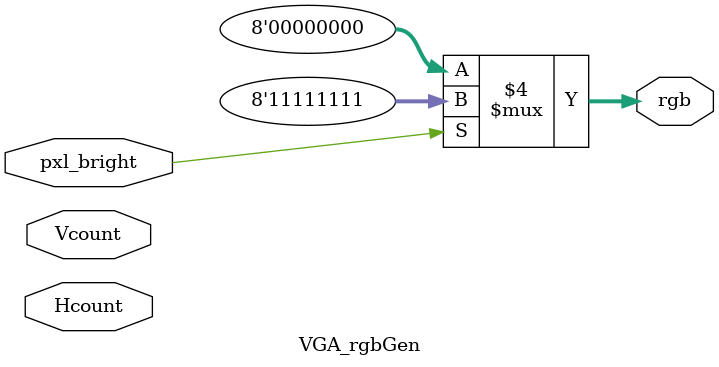
<source format=v>
`timescale 1ns / 1ps
module VGA_rgbGen(
	input pxl_bright,
	input [9:0] Hcount, 
	input [9:0] Vcount,
	output reg [7:0] rgb
    );

	 
	//set params for the colors 
	parameter BLACK = 8'b000_000_00;
	parameter WHITE = 8'b111_111_11;
	parameter RED = 8'b111_000_00;
	parameter GREEN = 8'b000_111_00;
	parameter BLUE = 8'b000_000_00;
	
		always@(*)
	begin
		if(~pxl_bright)	// if off turn it black
		begin
			rgb=BLACK;
		end
		else		
			rgb=WHITE;
	end



endmodule

</source>
